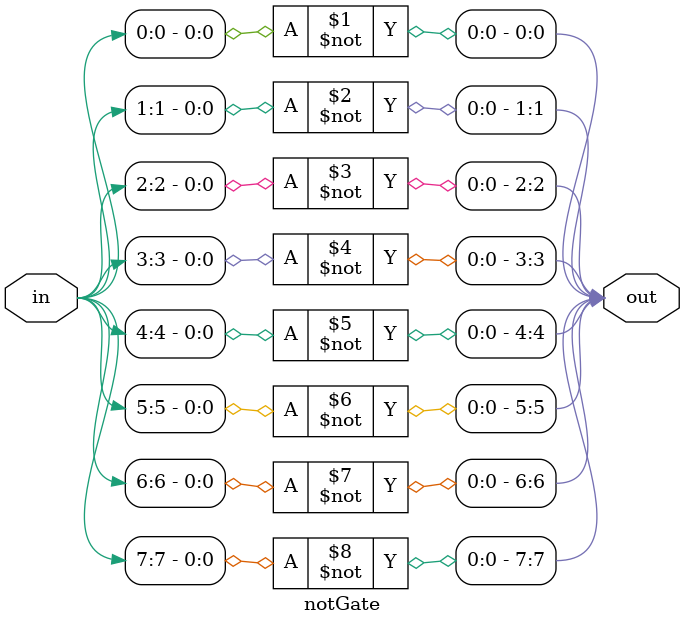
<source format=v>
module notGate #(parameter N = 8)(
					input wire signed [N-1:0] in,
					output wire signed [N-1:0] out);
					
	genvar i;
	generate
	for(i = 0; i < N; i = i + 1)
	begin: Not_gen
		not NG(out[i], in[i]);
	end
	endgenerate

endmodule

</source>
